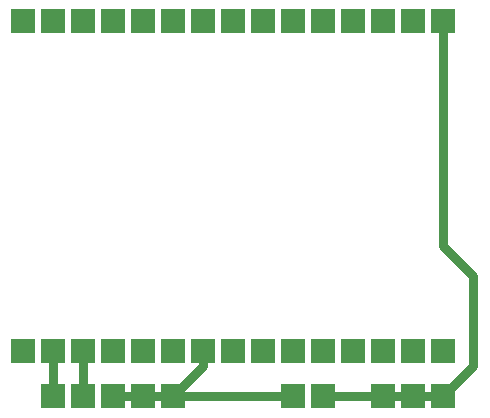
<source format=gbr>
%TF.GenerationSoftware,KiCad,Pcbnew,(6.0.5)*%
%TF.CreationDate,2022-07-18T12:41:46+01:00*%
%TF.ProjectId,wheelchairPCB,77686565-6c63-4686-9169-725043422e6b,rev?*%
%TF.SameCoordinates,Original*%
%TF.FileFunction,Copper,L2,Bot*%
%TF.FilePolarity,Positive*%
%FSLAX46Y46*%
G04 Gerber Fmt 4.6, Leading zero omitted, Abs format (unit mm)*
G04 Created by KiCad (PCBNEW (6.0.5)) date 2022-07-18 12:41:46*
%MOMM*%
%LPD*%
G01*
G04 APERTURE LIST*
%TA.AperFunction,ComponentPad*%
%ADD10R,2.000000X2.000000*%
%TD*%
%TA.AperFunction,Conductor*%
%ADD11C,0.800000*%
%TD*%
G04 APERTURE END LIST*
D10*
%TO.P,J1,1,Pin_1*%
%TO.N,Net-(J1-Pad1)*%
X172720000Y-81280000D03*
%TO.P,J1,2,Pin_2*%
%TO.N,Net-(J1-Pad2)*%
X175260000Y-81280000D03*
%TD*%
%TO.P,J2,1,Pin_1*%
%TO.N,Net-(J1-Pad2)*%
X180340000Y-81280000D03*
%TO.P,J2,2,Pin_2*%
X182880000Y-81280000D03*
%TO.P,J2,3,Pin_3*%
X185420000Y-81280000D03*
%TD*%
%TO.P,J3,1,Pin_1*%
%TO.N,Net-(J1-Pad1)*%
X162560000Y-81280000D03*
%TO.P,J3,2,Pin_2*%
X160020000Y-81280000D03*
%TO.P,J3,3,Pin_3*%
X157480000Y-81280000D03*
%TO.P,J3,4,Pin_4*%
%TO.N,Net-(J3-Pad4)*%
X154940000Y-81280000D03*
%TO.P,J3,5,Pin_5*%
%TO.N,Net-(J3-Pad5)*%
X152400000Y-81280000D03*
%TD*%
%TO.P,U1,1,A0*%
%TO.N,unconnected-(U1-Pad1)*%
X149860000Y-49530000D03*
%TO.P,U1,2,GND*%
%TO.N,unconnected-(U1-Pad2)*%
X152400000Y-49530000D03*
%TO.P,U1,3,VU*%
%TO.N,unconnected-(U1-Pad3)*%
X154940000Y-49530000D03*
%TO.P,U1,4,S3*%
%TO.N,unconnected-(U1-Pad4)*%
X157480000Y-49530000D03*
%TO.P,U1,5,S2*%
%TO.N,unconnected-(U1-Pad5)*%
X160020000Y-49530000D03*
%TO.P,U1,6,S1*%
%TO.N,unconnected-(U1-Pad6)*%
X162560000Y-49530000D03*
%TO.P,U1,7,SC*%
%TO.N,unconnected-(U1-Pad7)*%
X165100000Y-49530000D03*
%TO.P,U1,8,S0*%
%TO.N,unconnected-(U1-Pad8)*%
X167640000Y-49530000D03*
%TO.P,U1,9,SK*%
%TO.N,unconnected-(U1-Pad9)*%
X170180000Y-49530000D03*
%TO.P,U1,10,GND*%
%TO.N,unconnected-(U1-Pad10)*%
X172720000Y-49530000D03*
%TO.P,U1,11,3V3*%
%TO.N,unconnected-(U1-Pad11)*%
X175260000Y-49530000D03*
%TO.P,U1,12,EN*%
%TO.N,unconnected-(U1-Pad12)*%
X177800000Y-49530000D03*
%TO.P,U1,13,RST*%
%TO.N,unconnected-(U1-Pad13)*%
X180340000Y-49530000D03*
%TO.P,U1,14,GND*%
%TO.N,unconnected-(U1-Pad14)*%
X182880000Y-49530000D03*
%TO.P,U1,15,VIN*%
%TO.N,Net-(J1-Pad2)*%
X185420000Y-49530000D03*
%TO.P,U1,16,3V3*%
%TO.N,unconnected-(U1-Pad16)*%
X185420000Y-77470000D03*
%TO.P,U1,17,GND*%
%TO.N,unconnected-(U1-Pad17)*%
X182880000Y-77470000D03*
%TO.P,U1,18,TX*%
%TO.N,unconnected-(U1-Pad18)*%
X180340000Y-77470000D03*
%TO.P,U1,19,RX*%
%TO.N,unconnected-(U1-Pad19)*%
X177800000Y-77470000D03*
%TO.P,U1,20,D8*%
%TO.N,unconnected-(U1-Pad20)*%
X175260000Y-77470000D03*
%TO.P,U1,21,D7*%
%TO.N,unconnected-(U1-Pad21)*%
X172720000Y-77470000D03*
%TO.P,U1,22,D6*%
%TO.N,unconnected-(U1-Pad22)*%
X170180000Y-77470000D03*
%TO.P,U1,23,D5*%
%TO.N,unconnected-(U1-Pad23)*%
X167640000Y-77470000D03*
%TO.P,U1,24,GND*%
%TO.N,Net-(J1-Pad1)*%
X165100000Y-77470000D03*
%TO.P,U1,25,3V3*%
%TO.N,unconnected-(U1-Pad25)*%
X162560000Y-77470000D03*
%TO.P,U1,26,D4*%
%TO.N,unconnected-(U1-Pad26)*%
X160020000Y-77470000D03*
%TO.P,U1,27,D3*%
%TO.N,unconnected-(U1-Pad27)*%
X157480000Y-77470000D03*
%TO.P,U1,28,D2*%
%TO.N,Net-(J3-Pad4)*%
X154940000Y-77470000D03*
%TO.P,U1,29,D1*%
%TO.N,Net-(J3-Pad5)*%
X152400000Y-77470000D03*
%TO.P,U1,30,D0*%
%TO.N,unconnected-(U1-Pad30)*%
X149860000Y-77470000D03*
%TD*%
D11*
%TO.N,Net-(J1-Pad1)*%
X160020000Y-81280000D02*
X162560000Y-81280000D01*
X157480000Y-81280000D02*
X160020000Y-81280000D01*
X172720000Y-81280000D02*
X162560000Y-81280000D01*
X165100000Y-77470000D02*
X165100000Y-78740000D01*
X165100000Y-78740000D02*
X162560000Y-81280000D01*
%TO.N,Net-(J1-Pad2)*%
X175260000Y-81280000D02*
X180340000Y-81280000D01*
X187960000Y-78740000D02*
X185420000Y-81280000D01*
X185420000Y-68580000D02*
X187960000Y-71120000D01*
X185420000Y-49530000D02*
X185420000Y-68580000D01*
X187960000Y-71120000D02*
X187960000Y-78740000D01*
X180340000Y-81280000D02*
X182880000Y-81280000D01*
X182880000Y-81280000D02*
X185420000Y-81280000D01*
%TO.N,Net-(J3-Pad4)*%
X154940000Y-81280000D02*
X154940000Y-77470000D01*
%TO.N,Net-(J3-Pad5)*%
X152400000Y-81280000D02*
X152400000Y-77470000D01*
%TD*%
M02*

</source>
